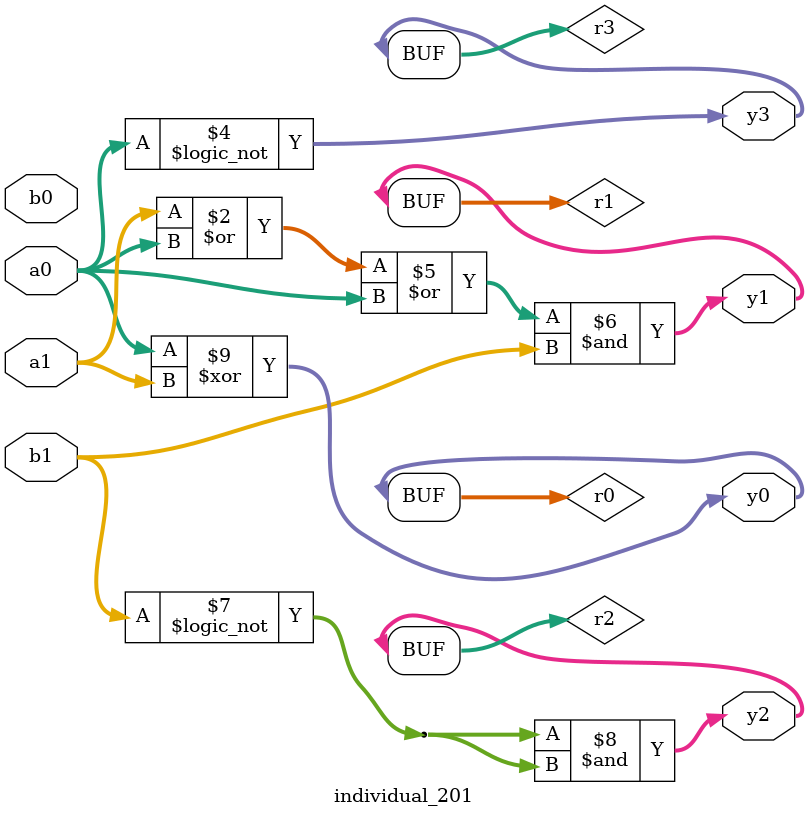
<source format=sv>
module individual_201(input logic [15:0] a1, input logic [15:0] a0, input logic [15:0] b1, input logic [15:0] b0, output logic [15:0] y3, output logic [15:0] y2, output logic [15:0] y1, output logic [15:0] y0);
logic [15:0] r0, r1, r2, r3; 
 always@(*) begin 
	 r0 = a0; r1 = a1; r2 = b0; r3 = b1; 
 	 r1  |=  r0 ;
 	 r3 = ! r2 ;
 	 r3 = ! a0 ;
 	 r1  |=  a0 ;
 	 r1  &=  b1 ;
 	 r2 = ! b1 ;
 	 r2  &=  r2 ;
 	 r0  ^=  a1 ;
 	 y3 = r3; y2 = r2; y1 = r1; y0 = r0; 
end
endmodule
</source>
